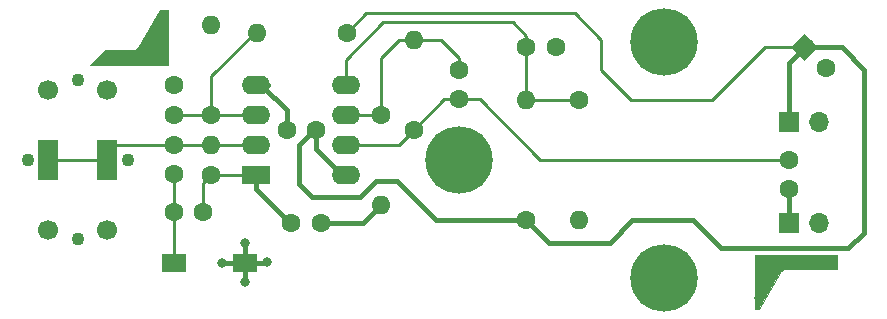
<source format=gbl>
G04 #@! TF.GenerationSoftware,KiCad,Pcbnew,(5.0.0-rc2-dev-691-g31b026c)*
G04 #@! TF.CreationDate,2018-06-05T10:47:32+02:00*
G04 #@! TF.ProjectId,DIY_detector,4449595F6465746563746F722E6B6963,V1.1*
G04 #@! TF.SameCoordinates,Original*
G04 #@! TF.FileFunction,Copper,L2,Bot,Plane*
G04 #@! TF.FilePolarity,Positive*
%FSLAX46Y46*%
G04 Gerber Fmt 4.6, Leading zero omitted, Abs format (unit mm)*
G04 Created by KiCad (PCBNEW (5.0.0-rc2-dev-691-g31b026c)) date 2018 June 05, Tuesday 10:47:32*
%MOMM*%
%LPD*%
G01*
G04 APERTURE LIST*
%ADD10R,2.400000X1.600000*%
%ADD11O,2.400000X1.600000*%
%ADD12C,1.600000*%
%ADD13C,0.100000*%
%ADD14O,1.600000X1.600000*%
%ADD15C,5.700000*%
%ADD16C,1.700000*%
%ADD17R,1.700000X1.700000*%
%ADD18O,1.700000X1.700000*%
%ADD19R,2.000000X1.600000*%
%ADD20C,1.100000*%
%ADD21C,0.800000*%
%ADD22C,0.250000*%
%ADD23C,0.400000*%
G04 APERTURE END LIST*
D10*
X120355000Y-113770000D03*
D11*
X127975000Y-106150000D03*
X120355000Y-111230000D03*
X127975000Y-108690000D03*
X120355000Y-108690000D03*
X127975000Y-111230000D03*
X120355000Y-106150000D03*
X127975000Y-113770000D03*
D12*
X166800000Y-103000000D03*
D13*
G36*
X165668629Y-103000000D02*
X166800000Y-101868629D01*
X167931371Y-103000000D01*
X166800000Y-104131371D01*
X165668629Y-103000000D01*
X165668629Y-103000000D01*
G37*
D12*
X168567767Y-104767767D03*
X113370000Y-111230000D03*
X113370000Y-113730000D03*
X113370000Y-116945000D03*
X115870000Y-116945000D03*
X113370000Y-108690000D03*
X113370000Y-106190000D03*
X123316000Y-117834000D03*
X125816000Y-117834000D03*
X125435000Y-109960000D03*
X122935000Y-109960000D03*
X137500000Y-104880000D03*
X137500000Y-107380000D03*
X143215000Y-102975000D03*
X145715000Y-102975000D03*
X165440000Y-112500000D03*
X165440000Y-115000000D03*
X116545000Y-108690000D03*
D14*
X116545000Y-101070000D03*
D12*
X130896000Y-108690000D03*
D14*
X130896000Y-116310000D03*
D12*
X133690000Y-110000000D03*
D14*
X133690000Y-102380000D03*
D12*
X116545000Y-113770000D03*
D14*
X116545000Y-111230000D03*
D12*
X128000000Y-101750000D03*
D14*
X120380000Y-101750000D03*
D15*
X137500000Y-112500000D03*
X154900000Y-122500000D03*
D16*
X107750000Y-118430000D03*
D17*
X107750000Y-113350000D03*
X107750000Y-111650000D03*
D16*
X107750000Y-106570000D03*
X102750000Y-106570000D03*
D17*
X102750000Y-111650000D03*
X102750000Y-113350000D03*
D16*
X102750000Y-118430000D03*
D17*
X165440000Y-117900000D03*
D18*
X167980000Y-117900000D03*
D12*
X143215000Y-117580000D03*
D14*
X143215000Y-107420000D03*
X147660000Y-117580000D03*
D12*
X147660000Y-107420000D03*
D18*
X167980000Y-109325000D03*
D17*
X165440000Y-109325000D03*
D19*
X119376799Y-121215443D03*
X113376799Y-121215443D03*
D20*
X105250000Y-105750000D03*
X109500000Y-112500000D03*
X101000000Y-112500000D03*
X105250000Y-119250000D03*
D15*
X154900000Y-102500000D03*
D21*
X121244000Y-121205743D03*
X119378399Y-119567443D03*
X119416499Y-122831343D03*
X117473399Y-121231143D03*
X107800000Y-103900000D03*
X110000000Y-103900000D03*
X108900000Y-103900000D03*
X111000000Y-103200000D03*
X111500000Y-102300000D03*
X112000000Y-101400000D03*
X169100000Y-121300000D03*
X168000000Y-121300000D03*
X166900000Y-121300000D03*
X165800000Y-121300000D03*
X164100000Y-122200000D03*
X163500000Y-123200000D03*
X162900000Y-124200000D03*
X164700000Y-121300000D03*
X112500000Y-100500000D03*
D22*
X107750000Y-111250000D02*
X107750000Y-112350000D01*
X107730000Y-112520000D02*
X107750000Y-112500000D01*
X102750000Y-112520000D02*
X107730000Y-112520000D01*
X107750000Y-112500000D02*
X107750000Y-113750000D01*
X107750000Y-112350000D02*
X107750000Y-112500000D01*
X102750000Y-111250000D02*
X102750000Y-112520000D01*
X102750000Y-112520000D02*
X102750000Y-113750000D01*
X113370000Y-111230000D02*
X116545000Y-111230000D01*
X116545000Y-111230000D02*
X120355000Y-111230000D01*
X112354000Y-111230000D02*
X113370000Y-111230000D01*
X112334000Y-111250000D02*
X112354000Y-111230000D01*
X107750000Y-111250000D02*
X112334000Y-111250000D01*
X113370000Y-113730000D02*
X113370000Y-116945000D01*
X113370000Y-121222242D02*
X113376799Y-121215443D01*
X113370000Y-121208644D02*
X113376799Y-121215443D01*
X113370000Y-116945000D02*
X113370000Y-121208644D01*
D23*
X123219000Y-117834000D02*
X123316000Y-117834000D01*
X120355000Y-114970000D02*
X123219000Y-117834000D01*
X120355000Y-113770000D02*
X120355000Y-114970000D01*
D22*
X115870000Y-114445000D02*
X116545000Y-113770000D01*
X115870000Y-116945000D02*
X115870000Y-114445000D01*
X117534949Y-113770000D02*
X120355000Y-113770000D01*
X116545000Y-113770000D02*
X117534949Y-113770000D01*
D23*
X119376799Y-119569043D02*
X119378399Y-119567443D01*
X119376799Y-121215443D02*
X119376799Y-119569043D01*
X119376799Y-122791643D02*
X119416499Y-122831343D01*
X119376799Y-121215443D02*
X119376799Y-122791643D01*
X117489099Y-121215443D02*
X117473399Y-121231143D01*
X119376799Y-121215443D02*
X117489099Y-121215443D01*
X121234300Y-121215443D02*
X121244000Y-121205743D01*
X119376799Y-121215443D02*
X121234300Y-121215443D01*
X121350000Y-106150000D02*
X120355000Y-106150000D01*
X122935000Y-108828630D02*
X122935000Y-109960000D01*
X122935000Y-108330000D02*
X122935000Y-108828630D01*
X120755000Y-106150000D02*
X122935000Y-108330000D01*
X120355000Y-106150000D02*
X120755000Y-106150000D01*
D22*
X118364000Y-108690000D02*
X120355000Y-108690000D01*
X116545000Y-108690000D02*
X118110000Y-108690000D01*
X118110000Y-108690000D02*
X118364000Y-108690000D01*
X115000000Y-108690000D02*
X116545000Y-108690000D01*
X113370000Y-108690000D02*
X115000000Y-108690000D01*
X119880000Y-101520000D02*
X119880000Y-101500000D01*
X115000000Y-108690000D02*
X116672000Y-108690000D01*
X116545000Y-105455000D02*
X120250000Y-101750000D01*
X120250000Y-101750000D02*
X120380000Y-101750000D01*
X116545000Y-108690000D02*
X116545000Y-105455000D01*
D23*
X129372000Y-117834000D02*
X130896000Y-116310000D01*
X125816000Y-117834000D02*
X129372000Y-117834000D01*
D22*
X129425000Y-108690000D02*
X130896000Y-108690000D01*
X127975000Y-108690000D02*
X129425000Y-108690000D01*
X136992000Y-104880000D02*
X137500000Y-104880000D01*
X130896000Y-103864000D02*
X132420000Y-102340000D01*
X132420000Y-102340000D02*
X133690000Y-102340000D01*
X130896000Y-108690000D02*
X130896000Y-103864000D01*
X137500000Y-103864000D02*
X137500000Y-104880000D01*
X135976000Y-102340000D02*
X137500000Y-103864000D01*
X133690000Y-102340000D02*
X135976000Y-102340000D01*
X132420000Y-111230000D02*
X133690000Y-109960000D01*
X127975000Y-111230000D02*
X132420000Y-111230000D01*
X136270000Y-107380000D02*
X137500000Y-107380000D01*
X133690000Y-109960000D02*
X136270000Y-107380000D01*
X144400000Y-112500000D02*
X165440000Y-112500000D01*
X139280000Y-107380000D02*
X144400000Y-112500000D01*
X137500000Y-107380000D02*
X139280000Y-107380000D01*
X143215000Y-107420000D02*
X143215000Y-102975000D01*
X143215000Y-107420000D02*
X147660000Y-107420000D01*
X142072000Y-100879500D02*
X143215000Y-102022500D01*
X143215000Y-102022500D02*
X143215000Y-102975000D01*
X131120500Y-100879500D02*
X142072000Y-100879500D01*
X127975000Y-104025000D02*
X131120500Y-100879500D01*
X127975000Y-106150000D02*
X127975000Y-104025000D01*
D23*
X127575000Y-113770000D02*
X127975000Y-113770000D01*
X125435000Y-111630000D02*
X127575000Y-113770000D01*
X125435000Y-109960000D02*
X125435000Y-111630000D01*
X135580000Y-117580000D02*
X143215000Y-117580000D01*
X132278000Y-114278000D02*
X135580000Y-117580000D01*
X130515000Y-114278000D02*
X132278000Y-114278000D01*
X129118000Y-115675000D02*
X130515000Y-114278000D01*
X123952000Y-114554000D02*
X125073000Y-115675000D01*
X123952000Y-111252000D02*
X123952000Y-114554000D01*
X125244000Y-109960000D02*
X123952000Y-111252000D01*
X125073000Y-115675000D02*
X129118000Y-115675000D01*
X125435000Y-109960000D02*
X125244000Y-109960000D01*
X169910000Y-103000000D02*
X166800000Y-103000000D01*
X171800000Y-118700000D02*
X171800000Y-104890000D01*
X171800000Y-104890000D02*
X169910000Y-103000000D01*
X159700000Y-120000000D02*
X170500000Y-120000000D01*
X157300000Y-117600000D02*
X159700000Y-120000000D01*
X170500000Y-120000000D02*
X171800000Y-118700000D01*
X143215000Y-117580000D02*
X145165000Y-119530000D01*
X145165000Y-119530000D02*
X150270000Y-119530000D01*
X152200000Y-117600000D02*
X157300000Y-117600000D01*
X150270000Y-119530000D02*
X152200000Y-117600000D01*
X165440000Y-104360000D02*
X166800000Y-103000000D01*
X165440000Y-109325000D02*
X165440000Y-104360000D01*
D22*
X147342500Y-100117500D02*
X149565000Y-102340000D01*
X128000000Y-101750000D02*
X129632500Y-100117500D01*
X129632500Y-100117500D02*
X147342500Y-100117500D01*
X163400000Y-103000000D02*
X166800000Y-103000000D01*
X149565000Y-104880000D02*
X152105000Y-107420000D01*
X149565000Y-102340000D02*
X149565000Y-104880000D01*
X158980000Y-107420000D02*
X163400000Y-103000000D01*
X152105000Y-107420000D02*
X158980000Y-107420000D01*
D23*
X165440000Y-115536370D02*
X165440000Y-117900000D01*
D13*
G36*
X169550000Y-121775000D02*
X165106631Y-121775000D01*
X165081289Y-121773964D01*
X165058870Y-121777479D01*
X165036289Y-121779703D01*
X165027308Y-121782427D01*
X165018043Y-121783880D01*
X164996744Y-121791699D01*
X164975026Y-121798287D01*
X164966755Y-121802708D01*
X164957945Y-121805942D01*
X164938574Y-121817771D01*
X164918566Y-121828465D01*
X164911314Y-121834416D01*
X164903307Y-121839306D01*
X164886615Y-121854687D01*
X164869079Y-121869079D01*
X164863129Y-121876329D01*
X164856228Y-121882688D01*
X164842862Y-121901023D01*
X164828465Y-121918566D01*
X164816509Y-121940935D01*
X162914118Y-125175000D01*
X162550000Y-125175000D01*
X162550000Y-120550000D01*
X169550000Y-120550000D01*
X169550000Y-121775000D01*
X169550000Y-121775000D01*
G37*
X169550000Y-121775000D02*
X165106631Y-121775000D01*
X165081289Y-121773964D01*
X165058870Y-121777479D01*
X165036289Y-121779703D01*
X165027308Y-121782427D01*
X165018043Y-121783880D01*
X164996744Y-121791699D01*
X164975026Y-121798287D01*
X164966755Y-121802708D01*
X164957945Y-121805942D01*
X164938574Y-121817771D01*
X164918566Y-121828465D01*
X164911314Y-121834416D01*
X164903307Y-121839306D01*
X164886615Y-121854687D01*
X164869079Y-121869079D01*
X164863129Y-121876329D01*
X164856228Y-121882688D01*
X164842862Y-121901023D01*
X164828465Y-121918566D01*
X164816509Y-121940935D01*
X162914118Y-125175000D01*
X162550000Y-125175000D01*
X162550000Y-120550000D01*
X169550000Y-120550000D01*
X169550000Y-121775000D01*
G36*
X112850000Y-104450000D02*
X106309618Y-104450000D01*
X107534619Y-103225000D01*
X109944989Y-103225000D01*
X109954081Y-103228169D01*
X110009306Y-103225000D01*
X110032009Y-103225000D01*
X110041214Y-103223169D01*
X110083160Y-103220762D01*
X110104051Y-103210670D01*
X110126809Y-103206143D01*
X110161750Y-103182796D01*
X110199580Y-103164521D01*
X110215017Y-103147204D01*
X110234312Y-103134312D01*
X110257659Y-103099371D01*
X110263899Y-103092371D01*
X110275400Y-103072819D01*
X110306143Y-103026809D01*
X110308022Y-103017362D01*
X112185883Y-99825000D01*
X112850000Y-99825000D01*
X112850000Y-104450000D01*
X112850000Y-104450000D01*
G37*
X112850000Y-104450000D02*
X106309618Y-104450000D01*
X107534619Y-103225000D01*
X109944989Y-103225000D01*
X109954081Y-103228169D01*
X110009306Y-103225000D01*
X110032009Y-103225000D01*
X110041214Y-103223169D01*
X110083160Y-103220762D01*
X110104051Y-103210670D01*
X110126809Y-103206143D01*
X110161750Y-103182796D01*
X110199580Y-103164521D01*
X110215017Y-103147204D01*
X110234312Y-103134312D01*
X110257659Y-103099371D01*
X110263899Y-103092371D01*
X110275400Y-103072819D01*
X110306143Y-103026809D01*
X110308022Y-103017362D01*
X112185883Y-99825000D01*
X112850000Y-99825000D01*
X112850000Y-104450000D01*
M02*

</source>
